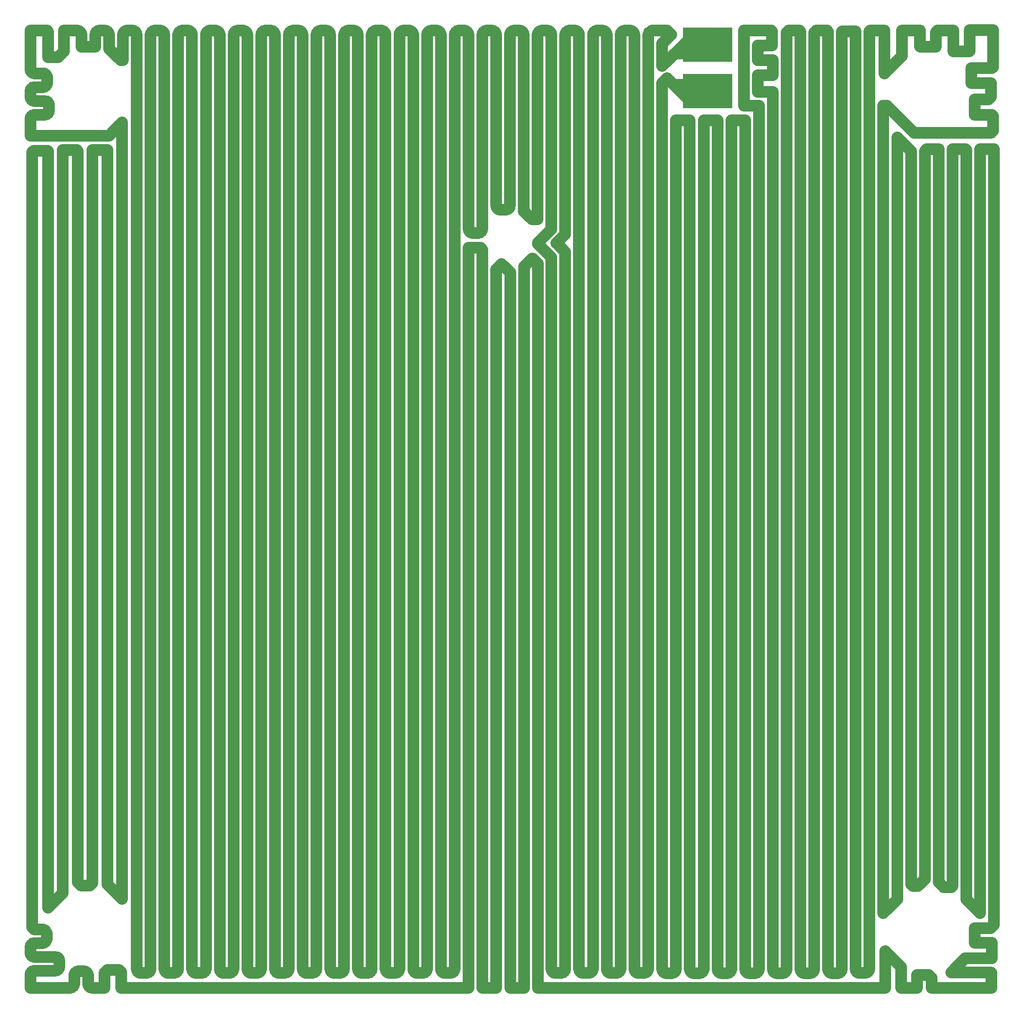
<source format=gtl>
%TF.GenerationSoftware,KiCad,Pcbnew,7.0.6*%
%TF.CreationDate,2023-10-22T02:20:42+00:00*%
%TF.ProjectId,HeatedBedFoil,48656174-6564-4426-9564-466f696c2e6b,rev?*%
%TF.SameCoordinates,Original*%
%TF.FileFunction,Copper,L1,Top*%
%TF.FilePolarity,Positive*%
%FSLAX46Y46*%
G04 Gerber Fmt 4.6, Leading zero omitted, Abs format (unit mm)*
G04 Created by KiCad (PCBNEW 7.0.6) date 2023-10-22 02:20:42*
%MOMM*%
%LPD*%
G01*
G04 APERTURE LIST*
%TA.AperFunction,SMDPad,CuDef*%
%ADD10R,10.000000X7.000000*%
%TD*%
%TA.AperFunction,Conductor*%
%ADD11C,2.400000*%
%TD*%
G04 APERTURE END LIST*
D10*
X179600000Y-45800000D03*
X179600000Y-55200000D03*
D11*
X232700000Y-47100000D02*
X232600000Y-47200000D01*
X198400000Y-233200000D02*
X198400000Y-43200000D01*
X198400000Y-233200000D02*
G75*
G03*
X199240000Y-234040000I840000J0D01*
G01*
X200360000Y-234040000D02*
X199240000Y-234040000D01*
X218000000Y-219096342D02*
X218000000Y-64600000D01*
X225800000Y-46300000D02*
X222700000Y-46300000D01*
X233000000Y-50600000D02*
X237200000Y-50600000D01*
X201200000Y-43400000D02*
X201200000Y-233200000D01*
X233700000Y-60100000D02*
X233700000Y-56900000D01*
X200360000Y-234040000D02*
G75*
G03*
X201200000Y-233200000I0J840000D01*
G01*
X215200000Y-58200000D02*
X215200000Y-221896342D01*
X222600000Y-46200000D02*
X222600000Y-43000000D01*
X205960000Y-234040000D02*
G75*
G03*
X206800000Y-233200000I0J840000D01*
G01*
X204000000Y-43200000D02*
X203800000Y-43000000D01*
X201600000Y-43000000D02*
X201200000Y-43400000D01*
X237400000Y-50400000D02*
X237400000Y-42900000D01*
X203800000Y-43000000D02*
X201600000Y-43000000D01*
X204000000Y-233200000D02*
X204000000Y-43200000D01*
X237400000Y-63300000D02*
X237400000Y-60300000D01*
X204000000Y-233200000D02*
G75*
G03*
X204840000Y-234040000I840000J0D01*
G01*
X221396342Y-63700000D02*
X237000000Y-63700000D01*
X205960000Y-234040000D02*
X204840000Y-234040000D01*
X232700000Y-42900000D02*
X232700000Y-47100000D01*
X229400000Y-47200000D02*
X229400000Y-43000000D01*
X206800000Y-43200000D02*
X206800000Y-233200000D01*
X206840000Y-43160000D02*
X206800000Y-43200000D01*
X209560000Y-43160000D02*
X206840000Y-43160000D01*
X209560000Y-233160000D02*
X209560000Y-43160000D01*
X237200000Y-50600000D02*
X237400000Y-50400000D01*
X209560000Y-233160000D02*
G75*
G03*
X210400000Y-234000000I840000J0D01*
G01*
X211520000Y-234000000D02*
X210400000Y-234000000D01*
X237400000Y-42900000D02*
X232700000Y-42900000D01*
X211520000Y-234000000D02*
G75*
G03*
X212360000Y-233160000I0J840000D01*
G01*
X223600000Y-67400000D02*
X224000000Y-67000000D01*
X212360000Y-43160000D02*
X212360000Y-233160000D01*
X212520000Y-43000000D02*
X212360000Y-43160000D01*
X215400000Y-43000000D02*
X212520000Y-43000000D01*
X215400000Y-51696342D02*
X215400000Y-43000000D01*
X219000000Y-48096342D02*
X215400000Y-51696342D01*
X219000000Y-43000000D02*
X219000000Y-48096342D01*
X222600000Y-43000000D02*
X219000000Y-43000000D01*
X222700000Y-46300000D02*
X222600000Y-46200000D01*
X225800000Y-43400000D02*
X225800000Y-46300000D01*
X226200000Y-43000000D02*
X225800000Y-43400000D01*
X229400000Y-43000000D02*
X226200000Y-43000000D01*
X237000000Y-56400000D02*
X237000000Y-53600000D01*
X230000000Y-47200000D02*
X229400000Y-47200000D01*
X230000000Y-47200000D02*
X232600000Y-47200000D01*
X233000000Y-53600000D02*
X233000000Y-50600000D01*
X237000000Y-53600000D02*
X233000000Y-53600000D01*
X237000000Y-63700000D02*
X237400000Y-63300000D01*
X236500000Y-56900000D02*
X237000000Y-56400000D01*
X233700000Y-56900000D02*
X236500000Y-56900000D01*
X237200000Y-60100000D02*
X233700000Y-60100000D01*
X222200000Y-216400000D02*
X223600000Y-215000000D01*
X237400000Y-60300000D02*
X237200000Y-60100000D01*
X215896342Y-58200000D02*
X221396342Y-63700000D01*
X215200000Y-58200000D02*
X215896342Y-58200000D01*
X215200000Y-221896342D02*
X218000000Y-219096342D01*
X218000000Y-64600000D02*
X220800000Y-67400000D01*
X220800000Y-67400000D02*
X220800000Y-216000000D01*
X220800000Y-216000000D02*
X221200000Y-216400000D01*
X221200000Y-216400000D02*
X222200000Y-216400000D01*
X223600000Y-215000000D02*
X223600000Y-67400000D01*
X224000000Y-67000000D02*
X226400000Y-67000000D01*
X226400000Y-67000000D02*
X226400000Y-215600000D01*
X226400000Y-215600000D02*
X227400000Y-216600000D01*
X227400000Y-216600000D02*
X229000000Y-216600000D01*
X229000000Y-216600000D02*
X229200000Y-216400000D01*
X229200000Y-216400000D02*
X229200000Y-67000000D01*
X229200000Y-67000000D02*
X231800000Y-67000000D01*
X231800000Y-67000000D02*
X232000000Y-67200000D01*
X232000000Y-67200000D02*
X232000000Y-219100000D01*
X232000000Y-219100000D02*
X234800000Y-221900000D01*
X234800000Y-221900000D02*
X234800000Y-67000000D01*
X234800000Y-67000000D02*
X237600000Y-67000000D01*
X237600000Y-224200000D02*
X237600000Y-67000000D01*
X236900000Y-224900000D02*
X237600000Y-224200000D01*
X233700000Y-224900000D02*
X236900000Y-224900000D01*
X233700000Y-227900000D02*
X233700000Y-224900000D01*
X236900000Y-227900000D02*
X233700000Y-227900000D01*
X225000000Y-237000000D02*
X225000000Y-235000000D01*
X236900000Y-231000000D02*
X231788000Y-231000000D01*
X237100000Y-234000000D02*
X237100000Y-237000000D01*
X231788000Y-231000000D02*
X228926171Y-233861829D01*
X52134000Y-233650000D02*
G75*
G03*
X51294000Y-234490000I0J-840000D01*
G01*
X228926171Y-233861829D02*
X236961829Y-233861829D01*
X43240000Y-227922000D02*
X44860000Y-227922000D01*
X236961829Y-233861829D02*
X237100000Y-234000000D01*
X237100000Y-237000000D02*
X225000000Y-237000000D01*
X57400000Y-237000000D02*
X54934000Y-237000000D01*
X44960000Y-54440000D02*
G75*
G03*
X45800000Y-53600000I0J840000D01*
G01*
X144000000Y-89200000D02*
X142400000Y-90800000D01*
X52760000Y-43840000D02*
X52760000Y-46300000D01*
X225000000Y-235000000D02*
X224400000Y-234400000D01*
X224400000Y-234400000D02*
X222000000Y-234400000D01*
X45699983Y-225962000D02*
G75*
G03*
X44977377Y-225125479I-849783J-3700D01*
G01*
X222000000Y-234400000D02*
X222000000Y-237000000D01*
X131200000Y-237000000D02*
X60800000Y-237000000D01*
X222000000Y-237000000D02*
X218800000Y-237000000D01*
X218800000Y-237000000D02*
X218800000Y-232800000D01*
X218800000Y-232800000D02*
X215600000Y-229600000D01*
X215600000Y-229600000D02*
X215600000Y-237000000D01*
X215600000Y-237000000D02*
X145200000Y-237000000D01*
X145200000Y-237000000D02*
X145200000Y-90200000D01*
X145200000Y-90200000D02*
X144200000Y-89200000D01*
X57400000Y-234000000D02*
X57400000Y-237000000D01*
X144200000Y-89200000D02*
X144000000Y-89200000D01*
X142400000Y-90800000D02*
X142400000Y-237000000D01*
X43240000Y-233522000D02*
G75*
G03*
X42400000Y-234362000I0J-840000D01*
G01*
X142400000Y-237000000D02*
X139600000Y-237000000D01*
X139600000Y-237000000D02*
X139600000Y-92000000D01*
X139600000Y-92000000D02*
X137900000Y-90300000D01*
X42400000Y-229882000D02*
G75*
G03*
X43240000Y-230722000I840000J0D01*
G01*
X42800000Y-224722000D02*
X42800000Y-67602000D01*
X60800000Y-237000000D02*
X60800000Y-233800000D01*
X137900000Y-90300000D02*
X136800000Y-91400000D01*
X54094000Y-236160000D02*
G75*
G03*
X54934000Y-237000000I840000J0D01*
G01*
X136800000Y-91400000D02*
X136800000Y-237000000D01*
X136800000Y-237000000D02*
X134000000Y-237000000D01*
X55560000Y-46300000D02*
X55560000Y-43840000D01*
X134000000Y-237000000D02*
X134000000Y-87400000D01*
X134000000Y-87400000D02*
X133600000Y-87000000D01*
X133600000Y-87000000D02*
X131200000Y-87000000D01*
X131200000Y-87000000D02*
X131200000Y-237000000D01*
X44860000Y-227922000D02*
G75*
G03*
X45700000Y-227082000I0J840000D01*
G01*
X60800000Y-233800000D02*
X60400000Y-233400000D01*
X60400000Y-233400000D02*
X58000000Y-233400000D01*
X58000000Y-233400000D02*
X57400000Y-234000000D01*
X54094000Y-236160000D02*
X54094000Y-234490000D01*
X47460000Y-233522000D02*
G75*
G03*
X48300000Y-232682000I0J840000D01*
G01*
X54094000Y-234490000D02*
G75*
G03*
X53254000Y-233650000I-840000J0D01*
G01*
X53254000Y-233650000D02*
X52134000Y-233650000D01*
X51294000Y-234490000D02*
X51294000Y-236160000D01*
X50454000Y-237000000D02*
G75*
G03*
X51294000Y-236160000I0J840000D01*
G01*
X50454000Y-237000000D02*
X42400000Y-237000000D01*
X42400000Y-237000000D02*
X42400000Y-234362000D01*
X43240000Y-233522000D02*
X47460000Y-233522000D01*
X61000000Y-61600000D02*
X58338000Y-64262000D01*
X48300000Y-232682000D02*
X48300000Y-231562000D01*
X42800000Y-67602000D02*
X43092000Y-67310000D01*
X48300000Y-231562000D02*
G75*
G03*
X47460000Y-230722000I-840000J0D01*
G01*
X47460000Y-230722000D02*
X43240000Y-230722000D01*
X42400000Y-229882000D02*
X42400000Y-228762000D01*
X43240000Y-227922000D02*
G75*
G03*
X42400000Y-228762000I0J-840000D01*
G01*
X49200000Y-47200000D02*
X49200000Y-43000000D01*
X45700000Y-227082000D02*
X45700000Y-225962000D01*
X48000000Y-48400000D02*
X49200000Y-47200000D01*
X44977377Y-225125479D02*
X43203479Y-225125479D01*
X43203479Y-225125479D02*
X42800000Y-224722000D01*
X43092000Y-67310000D02*
X45910000Y-67310000D01*
X45910000Y-67310000D02*
X46000000Y-67400000D01*
X46000000Y-67400000D02*
X46000000Y-220800000D01*
X52760000Y-46300000D02*
X55560000Y-46300000D01*
X46000000Y-220800000D02*
X49000000Y-217800000D01*
X49000000Y-217800000D02*
X49000000Y-67200000D01*
X49000000Y-67200000D02*
X51800000Y-67200000D01*
X51800000Y-67200000D02*
X52000000Y-67400000D01*
X56400000Y-43000000D02*
G75*
G03*
X55560000Y-43840000I0J-840000D01*
G01*
X52000000Y-67400000D02*
X52000000Y-215600000D01*
X52000000Y-215600000D02*
X52700000Y-216300000D01*
X52700000Y-216300000D02*
X54500000Y-216300000D01*
X54500000Y-216300000D02*
X55000000Y-215800000D01*
X55000000Y-215800000D02*
X55000000Y-67200000D01*
X55000000Y-67200000D02*
X58000000Y-67200000D01*
X58000000Y-67200000D02*
X58000000Y-216000000D01*
X58000000Y-216000000D02*
X61000000Y-219000000D01*
X61000000Y-219000000D02*
X61000000Y-61600000D01*
X58338000Y-64262000D02*
X42400000Y-64262000D01*
X42400000Y-64262000D02*
X42400000Y-60880000D01*
X43240000Y-60040000D02*
G75*
G03*
X42400000Y-60880000I0J-840000D01*
G01*
X43240000Y-60040000D02*
X45360000Y-60040000D01*
X45360000Y-60040000D02*
G75*
G03*
X46200000Y-59200000I0J840000D01*
G01*
X46200000Y-59200000D02*
X46200000Y-58080000D01*
X46200000Y-58080000D02*
G75*
G03*
X45360000Y-57240000I-840000J0D01*
G01*
X45360000Y-57240000D02*
X43240000Y-57240000D01*
X42400000Y-56400000D02*
G75*
G03*
X43240000Y-57240000I840000J0D01*
G01*
X42400000Y-56400000D02*
X42400000Y-55280000D01*
X43240000Y-54440000D02*
G75*
G03*
X42400000Y-55280000I0J-840000D01*
G01*
X43240000Y-54440000D02*
X44960000Y-54440000D01*
X45800000Y-53600000D02*
X45800000Y-52480000D01*
X45800000Y-52480000D02*
G75*
G03*
X44960000Y-51640000I-840000J0D01*
G01*
X44960000Y-51640000D02*
X43240000Y-51640000D01*
X42400000Y-50800000D02*
G75*
G03*
X43240000Y-51640000I840000J0D01*
G01*
X42400000Y-50800000D02*
X42400000Y-43000000D01*
X42400000Y-43000000D02*
X45800000Y-43000000D01*
X45800000Y-43000000D02*
X46000000Y-43200000D01*
X46000000Y-43200000D02*
X46000000Y-48400000D01*
X46000000Y-48400000D02*
X48000000Y-48400000D01*
X49200000Y-43000000D02*
X51920000Y-43000000D01*
X52760000Y-43840000D02*
G75*
G03*
X51920000Y-43000000I-840000J0D01*
G01*
X56400000Y-43000000D02*
X57520000Y-43000000D01*
X58360000Y-43840000D02*
G75*
G03*
X57520000Y-43000000I-840000J0D01*
G01*
X58360000Y-43840000D02*
X58360000Y-46710000D01*
X173700000Y-46900000D02*
X175800000Y-44800000D01*
X178100000Y-46900000D02*
X179600000Y-45400000D01*
X173400000Y-47600000D02*
X177800000Y-47600000D01*
X178700000Y-54300000D02*
X179600000Y-55200000D01*
X173200000Y-54000000D02*
X178800000Y-54000000D01*
X173100000Y-54300000D02*
X171400000Y-52600000D01*
X174000000Y-55200000D02*
X173100000Y-54300000D01*
X174000000Y-55200000D02*
X179600000Y-55200000D01*
X173700000Y-46900000D02*
X174600000Y-46000000D01*
X170400000Y-50200000D02*
X173700000Y-46900000D01*
X136760000Y-78422255D02*
G75*
G03*
X137637745Y-79300000I877700J-45D01*
G01*
X131160000Y-43840000D02*
G75*
G03*
X130320000Y-43000000I-840000J0D01*
G01*
X58386829Y-46683171D02*
X60703658Y-49000000D01*
X101200000Y-43000000D02*
G75*
G03*
X100360000Y-43840000I0J-840000D01*
G01*
X62000000Y-43000000D02*
X63120000Y-43000000D01*
X86360000Y-43840000D02*
X86360000Y-233160000D01*
X136760000Y-43840000D02*
G75*
G03*
X135920000Y-43000000I-840000J0D01*
G01*
X61160000Y-49000000D02*
X61160000Y-43840000D01*
X60703658Y-49000000D02*
X61160000Y-49000000D01*
X62000000Y-43000000D02*
G75*
G03*
X61160000Y-43840000I0J-840000D01*
G01*
X103160000Y-43840000D02*
G75*
G03*
X102320000Y-43000000I-840000J0D01*
G01*
X63960000Y-43840000D02*
G75*
G03*
X63120000Y-43000000I-840000J0D01*
G01*
X63960000Y-43840000D02*
X63960000Y-233160000D01*
X133960000Y-83160000D02*
X133960000Y-43840000D01*
X63960000Y-233160000D02*
G75*
G03*
X64800000Y-234000000I840000J0D01*
G01*
X86360000Y-43840000D02*
G75*
G03*
X85520000Y-43000000I-840000J0D01*
G01*
X75160000Y-43840000D02*
G75*
G03*
X74320000Y-43000000I-840000J0D01*
G01*
X69560000Y-43840000D02*
X69560000Y-233160000D01*
X64800000Y-234000000D02*
X65920000Y-234000000D01*
X108760000Y-43840000D02*
G75*
G03*
X107920000Y-43000000I-840000J0D01*
G01*
X65920000Y-234000000D02*
G75*
G03*
X66760000Y-233160000I0J840000D01*
G01*
X66760000Y-233160000D02*
X66760000Y-43840000D01*
X67600000Y-43000000D02*
G75*
G03*
X66760000Y-43840000I0J-840000D01*
G01*
X103160000Y-43840000D02*
X103160000Y-233160000D01*
X91960000Y-233160000D02*
G75*
G03*
X92800000Y-234000000I840000J0D01*
G01*
X67600000Y-43000000D02*
X68720000Y-43000000D01*
X87200000Y-234000000D02*
X88320000Y-234000000D01*
X69560000Y-43840000D02*
G75*
G03*
X68720000Y-43000000I-840000J0D01*
G01*
X84400000Y-43000000D02*
X85520000Y-43000000D01*
X142360000Y-43840000D02*
X142360000Y-79581825D01*
X69560000Y-233160000D02*
G75*
G03*
X70400000Y-234000000I840000J0D01*
G01*
X84400000Y-43000000D02*
G75*
G03*
X83560000Y-43840000I0J-840000D01*
G01*
X70400000Y-234000000D02*
X71520000Y-234000000D01*
X71520000Y-234000000D02*
G75*
G03*
X72360000Y-233160000I0J840000D01*
G01*
X123600000Y-43000000D02*
G75*
G03*
X122760000Y-43840000I0J-840000D01*
G01*
X106800000Y-43000000D02*
G75*
G03*
X105960000Y-43840000I0J-840000D01*
G01*
X72360000Y-233160000D02*
X72360000Y-43840000D01*
X73200000Y-43000000D02*
G75*
G03*
X72360000Y-43840000I0J-840000D01*
G01*
X95600000Y-43000000D02*
G75*
G03*
X94760000Y-43840000I0J-840000D01*
G01*
X98400000Y-234000000D02*
X99520000Y-234000000D01*
X114360000Y-233160000D02*
G75*
G03*
X115200000Y-234000000I840000J0D01*
G01*
X73200000Y-43000000D02*
X74320000Y-43000000D01*
X91960000Y-43840000D02*
G75*
G03*
X91120000Y-43000000I-840000J0D01*
G01*
X75160000Y-43840000D02*
X75160000Y-233160000D01*
X127520000Y-234000000D02*
G75*
G03*
X128360000Y-233160000I0J840000D01*
G01*
X75160000Y-233160000D02*
G75*
G03*
X76000000Y-234000000I840000J0D01*
G01*
X86360000Y-233160000D02*
G75*
G03*
X87200000Y-234000000I840000J0D01*
G01*
X97560000Y-233160000D02*
G75*
G03*
X98400000Y-234000000I840000J0D01*
G01*
X76000000Y-234000000D02*
X77120000Y-234000000D01*
X77120000Y-234000000D02*
G75*
G03*
X77960000Y-233160000I0J840000D01*
G01*
X77960000Y-233160000D02*
X77960000Y-43840000D01*
X90000000Y-43000000D02*
X91120000Y-43000000D01*
X119960000Y-43840000D02*
G75*
G03*
X119120000Y-43000000I-840000J0D01*
G01*
X78800000Y-43000000D02*
G75*
G03*
X77960000Y-43840000I0J-840000D01*
G01*
X97560000Y-43840000D02*
G75*
G03*
X96720000Y-43000000I-840000J0D01*
G01*
X109600000Y-234000000D02*
X110720000Y-234000000D01*
X78800000Y-43000000D02*
X79920000Y-43000000D01*
X80760000Y-43840000D02*
G75*
G03*
X79920000Y-43000000I-840000J0D01*
G01*
X80760000Y-43840000D02*
X80760000Y-233160000D01*
X101200000Y-43000000D02*
X102320000Y-43000000D01*
X80760000Y-233160000D02*
G75*
G03*
X81600000Y-234000000I840000J0D01*
G01*
X99520000Y-234000000D02*
G75*
G03*
X100360000Y-233160000I0J840000D01*
G01*
X81600000Y-234000000D02*
X82720000Y-234000000D01*
X82720000Y-234000000D02*
G75*
G03*
X83560000Y-233160000I0J840000D01*
G01*
X83560000Y-233160000D02*
X83560000Y-43840000D01*
X88320000Y-234000000D02*
G75*
G03*
X89160000Y-233160000I0J840000D01*
G01*
X89160000Y-233160000D02*
X89160000Y-43840000D01*
X90000000Y-43000000D02*
G75*
G03*
X89160000Y-43840000I0J-840000D01*
G01*
X91960000Y-43840000D02*
X91960000Y-233160000D01*
X92800000Y-234000000D02*
X93920000Y-234000000D01*
X93920000Y-234000000D02*
G75*
G03*
X94760000Y-233160000I0J840000D01*
G01*
X94760000Y-233160000D02*
X94760000Y-43840000D01*
X95600000Y-43000000D02*
X96720000Y-43000000D01*
X97560000Y-43840000D02*
X97560000Y-233160000D01*
X100360000Y-233160000D02*
X100360000Y-43840000D01*
X103160000Y-233160000D02*
G75*
G03*
X104000000Y-234000000I840000J0D01*
G01*
X104000000Y-234000000D02*
X105120000Y-234000000D01*
X105120000Y-234000000D02*
G75*
G03*
X105960000Y-233160000I0J840000D01*
G01*
X105960000Y-233160000D02*
X105960000Y-43840000D01*
X153560000Y-233160000D02*
G75*
G03*
X154400000Y-234000000I840000J0D01*
G01*
X151600000Y-43000000D02*
G75*
G03*
X150760000Y-43840000I0J-840000D01*
G01*
X106800000Y-43000000D02*
X107920000Y-43000000D01*
X108760000Y-43840000D02*
X108760000Y-233160000D01*
X108760000Y-233160000D02*
G75*
G03*
X109600000Y-234000000I840000J0D01*
G01*
X110720000Y-234000000D02*
G75*
G03*
X111560000Y-233160000I0J840000D01*
G01*
X111560000Y-233160000D02*
X111560000Y-43840000D01*
X112400000Y-43000000D02*
G75*
G03*
X111560000Y-43840000I0J-840000D01*
G01*
X116320000Y-234000000D02*
G75*
G03*
X117160000Y-233160000I0J840000D01*
G01*
X112400000Y-43000000D02*
X113520000Y-43000000D01*
X114360000Y-43840000D02*
G75*
G03*
X113520000Y-43000000I-840000J0D01*
G01*
X114360000Y-43840000D02*
X114360000Y-233160000D01*
X115200000Y-234000000D02*
X116320000Y-234000000D01*
X117160000Y-233160000D02*
X117160000Y-43840000D01*
X142360000Y-79581825D02*
X144038175Y-81260000D01*
X118000000Y-43000000D02*
G75*
G03*
X117160000Y-43840000I0J-840000D01*
G01*
X118000000Y-43000000D02*
X119120000Y-43000000D01*
X119960000Y-43840000D02*
X119960000Y-233160000D01*
X119960000Y-233160000D02*
G75*
G03*
X120800000Y-234000000I840000J0D01*
G01*
X120800000Y-234000000D02*
X121920000Y-234000000D01*
X147960000Y-43840000D02*
X147960000Y-83240000D01*
X121920000Y-234000000D02*
G75*
G03*
X122760000Y-233160000I0J840000D01*
G01*
X122760000Y-233160000D02*
X122760000Y-43840000D01*
X123600000Y-43000000D02*
X124720000Y-43000000D01*
X125560000Y-43840000D02*
G75*
G03*
X124720000Y-43000000I-840000J0D01*
G01*
X125560000Y-43840000D02*
X125560000Y-233160000D01*
X164760000Y-233160000D02*
G75*
G03*
X165600000Y-234000000I840000J0D01*
G01*
X125560000Y-233160000D02*
G75*
G03*
X126400000Y-234000000I840000J0D01*
G01*
X126400000Y-234000000D02*
X127520000Y-234000000D01*
X128360000Y-233160000D02*
X128360000Y-43840000D01*
X129200000Y-43000000D02*
G75*
G03*
X128360000Y-43840000I0J-840000D01*
G01*
X129200000Y-43000000D02*
X130320000Y-43000000D01*
X131160000Y-43840000D02*
X131160000Y-83160000D01*
X140400000Y-43000000D02*
G75*
G03*
X139560000Y-43840000I0J-840000D01*
G01*
X131160000Y-83160000D02*
G75*
G03*
X132000000Y-84000000I840000J0D01*
G01*
X132000000Y-84000000D02*
X133120000Y-84000000D01*
X168305657Y-43002680D02*
G75*
G03*
X167560000Y-43840000I99543J-839320D01*
G01*
X133120000Y-84000000D02*
G75*
G03*
X133960000Y-83160000I0J840000D01*
G01*
X134800000Y-43000000D02*
G75*
G03*
X133960000Y-43840000I0J-840000D01*
G01*
X134800000Y-43000000D02*
X135920000Y-43000000D01*
X136760000Y-43840000D02*
X136760000Y-78422255D01*
X137637745Y-79300000D02*
X138720000Y-79300000D01*
X138720000Y-79300000D02*
G75*
G03*
X139560000Y-78460000I0J840000D01*
G01*
X146000000Y-43000000D02*
X147120000Y-43000000D01*
X139560000Y-78460000D02*
X139560000Y-43840000D01*
X140400000Y-43000000D02*
X141520000Y-43000000D01*
X142360000Y-43840000D02*
G75*
G03*
X141520000Y-43000000I-840000J0D01*
G01*
X147960000Y-233160000D02*
G75*
G03*
X148800000Y-234000000I840000J0D01*
G01*
X144038175Y-81260000D02*
X145160000Y-81260000D01*
X145160000Y-81260000D02*
X145160000Y-43840000D01*
X146000000Y-43000000D02*
G75*
G03*
X145160000Y-43840000I0J-840000D01*
G01*
X147960000Y-43840000D02*
G75*
G03*
X147120000Y-43000000I-840000J0D01*
G01*
X147960000Y-83240000D02*
X145200000Y-86000000D01*
X145200000Y-86000000D02*
X145200000Y-86200000D01*
X145200000Y-86200000D02*
X147960000Y-88960000D01*
X147960000Y-88960000D02*
X147960000Y-233160000D01*
X148800000Y-234000000D02*
X149920000Y-234000000D01*
X149920000Y-234000000D02*
G75*
G03*
X150760000Y-233160000I0J840000D01*
G01*
X159160000Y-233160000D02*
G75*
G03*
X160000000Y-234000000I840000J0D01*
G01*
X150760000Y-233160000D02*
X150760000Y-87800000D01*
X150760000Y-87800000D02*
X149023461Y-86063461D01*
X149023461Y-86063461D02*
X148991587Y-86063461D01*
X148991587Y-86063461D02*
X150760000Y-84295048D01*
X150760000Y-84295048D02*
X150760000Y-43840000D01*
X151600000Y-43000000D02*
X152720000Y-43000000D01*
X153560000Y-43840000D02*
G75*
G03*
X152720000Y-43000000I-840000J0D01*
G01*
X153560000Y-43840000D02*
X153560000Y-233160000D01*
X154400000Y-234000000D02*
X155520000Y-234000000D01*
X155520000Y-234000000D02*
G75*
G03*
X156360000Y-233160000I0J840000D01*
G01*
X156360000Y-233160000D02*
X156360000Y-43840000D01*
X157200000Y-43000000D02*
G75*
G03*
X156360000Y-43840000I0J-840000D01*
G01*
X157200000Y-43000000D02*
X158320000Y-43000000D01*
X159160000Y-43840000D02*
G75*
G03*
X158320000Y-43000000I-840000J0D01*
G01*
X159160000Y-43840000D02*
X159160000Y-233160000D01*
X160000000Y-234000000D02*
X161120000Y-234000000D01*
X161120000Y-234000000D02*
G75*
G03*
X161960000Y-233160000I0J840000D01*
G01*
X161960000Y-233160000D02*
X161960000Y-43840000D01*
X162800000Y-43000000D02*
G75*
G03*
X161960000Y-43840000I0J-840000D01*
G01*
X162800000Y-43000000D02*
X163920000Y-43000000D01*
X164760000Y-43840000D02*
G75*
G03*
X163920000Y-43000000I-840000J0D01*
G01*
X164760000Y-43840000D02*
X164760000Y-233160000D01*
X165600000Y-234000000D02*
X166720000Y-234000000D01*
X166720000Y-234000000D02*
G75*
G03*
X167560000Y-233160000I0J840000D01*
G01*
X167560000Y-233160000D02*
X167560000Y-43840000D01*
X168305652Y-43002641D02*
X171402641Y-43002641D01*
X171402641Y-43002641D02*
X172200000Y-43800000D01*
X172200000Y-43800000D02*
X170400000Y-45600000D01*
X170400000Y-45600000D02*
X170400000Y-50200000D01*
X174600000Y-46000000D02*
X179400000Y-46000000D01*
X175400000Y-56600000D02*
X175800000Y-56600000D01*
X174000000Y-55200000D02*
X175400000Y-56600000D01*
X192500000Y-43000000D02*
X192600000Y-43100000D01*
X192800000Y-49000000D02*
X192800000Y-52000000D01*
X189800000Y-55400000D02*
X192800000Y-55400000D01*
X176840000Y-234040000D02*
X177960000Y-234040000D01*
X181600000Y-61200000D02*
X181600000Y-233200000D01*
X182440000Y-234040000D02*
X183560000Y-234040000D01*
X192800000Y-55400000D02*
X192800000Y-233200000D01*
X178800000Y-61200000D02*
X181600000Y-61200000D01*
X176000000Y-61200000D02*
X176000000Y-233200000D01*
X189800000Y-49000000D02*
X192800000Y-49000000D01*
X195600000Y-233200000D02*
X195600000Y-43400000D01*
X173200000Y-61200000D02*
X176000000Y-61200000D01*
X187200000Y-61200000D02*
X187200000Y-233200000D01*
X190000000Y-58200000D02*
X187000000Y-58200000D01*
X189800000Y-52000000D02*
X189800000Y-55400000D01*
X171240000Y-234040000D02*
X172360000Y-234040000D01*
X187000000Y-58200000D02*
X187000000Y-43000000D01*
X173200000Y-233200000D02*
X173200000Y-61200000D01*
X179400000Y-55000000D02*
X179200000Y-55200000D01*
X171400000Y-52600000D02*
X170400000Y-53600000D01*
X184400000Y-233200000D02*
X184400000Y-61200000D01*
X195600000Y-43400000D02*
X196000000Y-43000000D01*
X179200000Y-55200000D02*
X174000000Y-55200000D01*
X184400000Y-61200000D02*
X187200000Y-61200000D01*
X187000000Y-43000000D02*
X192500000Y-43000000D01*
X192800000Y-52000000D02*
X189800000Y-52000000D01*
X189800000Y-46000000D02*
X189800000Y-49000000D01*
X237200000Y-231000000D02*
X237200000Y-227900000D01*
X178800000Y-233200000D02*
X178800000Y-61200000D01*
X192600000Y-46000000D02*
X189800000Y-46000000D01*
X192600000Y-43100000D02*
X192600000Y-46000000D01*
X188040000Y-234040000D02*
X189160000Y-234040000D01*
X196000000Y-43000000D02*
X198200000Y-43000000D01*
X170400000Y-53600000D02*
X170400000Y-233200000D01*
X193640000Y-234040000D02*
X194760000Y-234040000D01*
X190000000Y-233200000D02*
X190000000Y-58200000D01*
X181600000Y-233200000D02*
G75*
G03*
X182440000Y-234040000I840000J0D01*
G01*
X172360000Y-234040000D02*
G75*
G03*
X173200000Y-233200000I0J840000D01*
G01*
X194760000Y-234040000D02*
G75*
G03*
X195600000Y-233200000I0J840000D01*
G01*
X183560000Y-234040000D02*
G75*
G03*
X184400000Y-233200000I0J840000D01*
G01*
X170400000Y-233200000D02*
G75*
G03*
X171240000Y-234040000I840000J0D01*
G01*
X177960000Y-234040000D02*
G75*
G03*
X178800000Y-233200000I0J840000D01*
G01*
X187200000Y-233200000D02*
G75*
G03*
X188040000Y-234040000I840000J0D01*
G01*
X189160000Y-234040000D02*
G75*
G03*
X190000000Y-233200000I0J840000D01*
G01*
X176000000Y-233200000D02*
G75*
G03*
X176840000Y-234040000I840000J0D01*
G01*
X192800000Y-233200000D02*
G75*
G03*
X193640000Y-234040000I840000J0D01*
G01*
M02*

</source>
